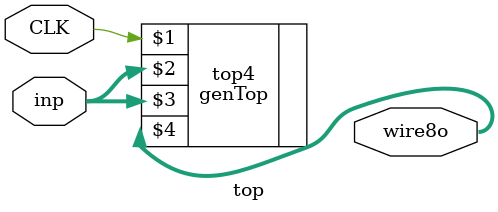
<source format=sv>
`timescale 1ns / 1ps


module top
(input logic CLK, input logic [3:0] inp,output logic [3:0] wire8o);
  
     
    genTop
#(
    4,
   'hC,
   "p_p4map.mem",
    "p_p4unmap.mem"
) top4
(
    CLK,
     inp,
     inp,
    wire8o
   );
 

endmodule

</source>
